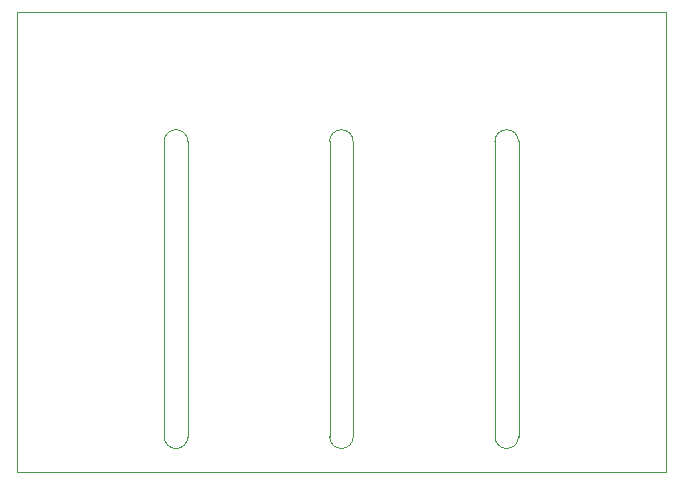
<source format=gbr>
%TF.GenerationSoftware,KiCad,Pcbnew,(5.1.10)-1*%
%TF.CreationDate,2021-11-08T13:26:20-08:00*%
%TF.ProjectId,button_grid,62757474-6f6e-45f6-9772-69642e6b6963,rev?*%
%TF.SameCoordinates,Original*%
%TF.FileFunction,Profile,NP*%
%FSLAX46Y46*%
G04 Gerber Fmt 4.6, Leading zero omitted, Abs format (unit mm)*
G04 Created by KiCad (PCBNEW (5.1.10)-1) date 2021-11-08 13:26:20*
%MOMM*%
%LPD*%
G01*
G04 APERTURE LIST*
%TA.AperFunction,Profile*%
%ADD10C,0.050000*%
%TD*%
G04 APERTURE END LIST*
D10*
X147500000Y-80000000D02*
G75*
G02*
X148500000Y-81000000I0J-1000000D01*
G01*
X146500000Y-81000000D02*
X146500000Y-106000000D01*
X148500000Y-81000000D02*
X148500000Y-106000000D01*
X147500000Y-107000000D02*
G75*
G02*
X146500000Y-106000000I0J1000000D01*
G01*
X148500000Y-106000000D02*
G75*
G02*
X147500000Y-107000000I-1000000J0D01*
G01*
X146500000Y-81000000D02*
G75*
G02*
X147500000Y-80000000I1000000J0D01*
G01*
X133500000Y-80000000D02*
G75*
G02*
X134500000Y-81000000I0J-1000000D01*
G01*
X132500000Y-81000000D02*
X132500000Y-106000000D01*
X134500000Y-81000000D02*
X134500000Y-106000000D01*
X133500000Y-107000000D02*
G75*
G02*
X132500000Y-106000000I0J1000000D01*
G01*
X134500000Y-106000000D02*
G75*
G02*
X133500000Y-107000000I-1000000J0D01*
G01*
X132500000Y-81000000D02*
G75*
G02*
X133500000Y-80000000I1000000J0D01*
G01*
X162500000Y-106000000D02*
G75*
G02*
X161500000Y-107000000I-1000000J0D01*
G01*
X161500000Y-107000000D02*
G75*
G02*
X160500000Y-106000000I0J1000000D01*
G01*
X162500000Y-81000000D02*
X162500000Y-106000000D01*
X161500000Y-80000000D02*
G75*
G02*
X162500000Y-81000000I0J-1000000D01*
G01*
X160500000Y-81000000D02*
G75*
G02*
X161500000Y-80000000I1000000J0D01*
G01*
X160500000Y-81000000D02*
X160500000Y-106000000D01*
X120000000Y-109000000D02*
X120000000Y-70000000D01*
X175000000Y-109000000D02*
X120000000Y-109000000D01*
X175000000Y-70000000D02*
X175000000Y-109000000D01*
X120000000Y-70000000D02*
X175000000Y-70000000D01*
M02*

</source>
